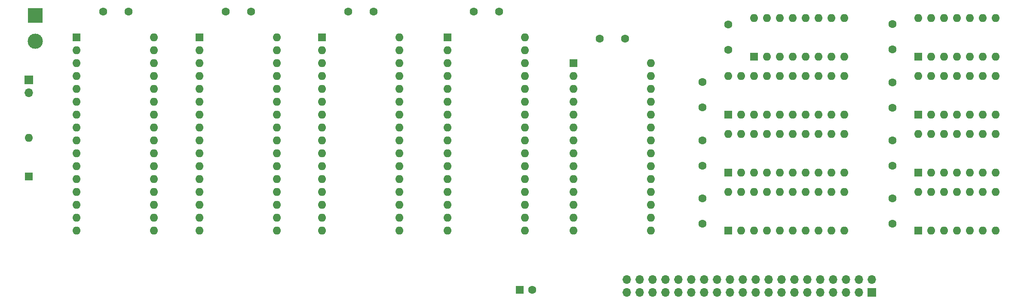
<source format=gbr>
%TF.GenerationSoftware,KiCad,Pcbnew,8.0.2*%
%TF.CreationDate,2024-05-20T09:00:16+02:00*%
%TF.ProjectId,p2000t-ram-expansion-board-2080kb,70323030-3074-42d7-9261-6d2d65787061,2*%
%TF.SameCoordinates,Original*%
%TF.FileFunction,Soldermask,Bot*%
%TF.FilePolarity,Negative*%
%FSLAX46Y46*%
G04 Gerber Fmt 4.6, Leading zero omitted, Abs format (unit mm)*
G04 Created by KiCad (PCBNEW 8.0.2) date 2024-05-20 09:00:16*
%MOMM*%
%LPD*%
G01*
G04 APERTURE LIST*
%ADD10C,1.600000*%
%ADD11R,1.600000X1.600000*%
%ADD12O,1.600000X1.600000*%
%ADD13R,1.700000X1.700000*%
%ADD14O,1.700000X1.700000*%
%ADD15R,3.000000X3.000000*%
%ADD16C,3.000000*%
G04 APERTURE END LIST*
D10*
%TO.C,C1*%
X160215000Y-77213600D03*
X155215000Y-77213600D03*
%TD*%
D11*
%TO.C,U5*%
X180535000Y-115008800D03*
D12*
X183075000Y-115008800D03*
X185615000Y-115008800D03*
X188155000Y-115008800D03*
X190695000Y-115008800D03*
X193235000Y-115008800D03*
X195775000Y-115008800D03*
X198315000Y-115008800D03*
X200855000Y-115008800D03*
X203395000Y-115008800D03*
X203395000Y-107388800D03*
X200855000Y-107388800D03*
X198315000Y-107388800D03*
X195775000Y-107388800D03*
X193235000Y-107388800D03*
X190695000Y-107388800D03*
X188155000Y-107388800D03*
X185615000Y-107388800D03*
X183075000Y-107388800D03*
X180535000Y-107388800D03*
%TD*%
D11*
%TO.C,U2*%
X52260000Y-76908800D03*
D12*
X52260000Y-79448800D03*
X52260000Y-81988800D03*
X52260000Y-84528800D03*
X52260000Y-87068800D03*
X52260000Y-89608800D03*
X52260000Y-92148800D03*
X52260000Y-94688800D03*
X52260000Y-97228800D03*
X52260000Y-99768800D03*
X52260000Y-102308800D03*
X52260000Y-104848800D03*
X52260000Y-107388800D03*
X52260000Y-109928800D03*
X52260000Y-112468800D03*
X52260000Y-115008800D03*
X67500000Y-115008800D03*
X67500000Y-112468800D03*
X67500000Y-109928800D03*
X67500000Y-107388800D03*
X67500000Y-104848800D03*
X67500000Y-102308800D03*
X67500000Y-99768800D03*
X67500000Y-97228800D03*
X67500000Y-94688800D03*
X67500000Y-92148800D03*
X67500000Y-89608800D03*
X67500000Y-87068800D03*
X67500000Y-84528800D03*
X67500000Y-81988800D03*
X67500000Y-79448800D03*
X67500000Y-76908800D03*
%TD*%
D10*
%TO.C,C9*%
X175455000Y-97228800D03*
X175455000Y-102228800D03*
%TD*%
%TO.C,C11*%
X180535000Y-74375000D03*
X180535000Y-79375000D03*
%TD*%
%TO.C,C13*%
X175455000Y-108665000D03*
X175455000Y-113665000D03*
%TD*%
D11*
%TO.C,U12*%
X185615000Y-80718800D03*
D12*
X188155000Y-80718800D03*
X190695000Y-80718800D03*
X193235000Y-80718800D03*
X195775000Y-80718800D03*
X198315000Y-80718800D03*
X200855000Y-80718800D03*
X203395000Y-80718800D03*
X203395000Y-73098800D03*
X200855000Y-73098800D03*
X198315000Y-73098800D03*
X195775000Y-73098800D03*
X193235000Y-73098800D03*
X190695000Y-73098800D03*
X188155000Y-73098800D03*
X185615000Y-73098800D03*
%TD*%
D10*
%TO.C,C2*%
X212915000Y-85838800D03*
X212915000Y-90838800D03*
%TD*%
D11*
%TO.C,D1*%
X42800000Y-104410000D03*
D12*
X42800000Y-96790000D03*
%TD*%
D10*
%TO.C,C14*%
X212915000Y-74335000D03*
X212915000Y-79335000D03*
%TD*%
D11*
%TO.C,U11*%
X125290000Y-76908800D03*
D12*
X125290000Y-79448800D03*
X125290000Y-81988800D03*
X125290000Y-84528800D03*
X125290000Y-87068800D03*
X125290000Y-89608800D03*
X125290000Y-92148800D03*
X125290000Y-94688800D03*
X125290000Y-97228800D03*
X125290000Y-99768800D03*
X125290000Y-102308800D03*
X125290000Y-104848800D03*
X125290000Y-107388800D03*
X125290000Y-109928800D03*
X125290000Y-112468800D03*
X125290000Y-115008800D03*
X140530000Y-115008800D03*
X140530000Y-112468800D03*
X140530000Y-109928800D03*
X140530000Y-107388800D03*
X140530000Y-104848800D03*
X140530000Y-102308800D03*
X140530000Y-99768800D03*
X140530000Y-97228800D03*
X140530000Y-94688800D03*
X140530000Y-92148800D03*
X140530000Y-89608800D03*
X140530000Y-87068800D03*
X140530000Y-84528800D03*
X140530000Y-81988800D03*
X140530000Y-79448800D03*
X140530000Y-76908800D03*
%TD*%
D10*
%TO.C,C5*%
X86555000Y-71828800D03*
X81555000Y-71828800D03*
%TD*%
%TO.C,C12*%
X175455000Y-85765000D03*
X175455000Y-90765000D03*
%TD*%
%TO.C,C6*%
X62435800Y-71828800D03*
X57435800Y-71828800D03*
%TD*%
D11*
%TO.C,U1*%
X217995000Y-115008800D03*
D12*
X220535000Y-115008800D03*
X223075000Y-115008800D03*
X225615000Y-115008800D03*
X228155000Y-115008800D03*
X230695000Y-115008800D03*
X233235000Y-115008800D03*
X233235000Y-107388800D03*
X230695000Y-107388800D03*
X228155000Y-107388800D03*
X225615000Y-107388800D03*
X223075000Y-107388800D03*
X220535000Y-107388800D03*
X217995000Y-107388800D03*
%TD*%
D10*
%TO.C,C7*%
X110685000Y-71828800D03*
X105685000Y-71828800D03*
%TD*%
D11*
%TO.C,U8*%
X180540000Y-92148800D03*
D12*
X183080000Y-92148800D03*
X185620000Y-92148800D03*
X188160000Y-92148800D03*
X190700000Y-92148800D03*
X193240000Y-92148800D03*
X195780000Y-92148800D03*
X198320000Y-92148800D03*
X200860000Y-92148800D03*
X203400000Y-92148800D03*
X203400000Y-84528800D03*
X200860000Y-84528800D03*
X198320000Y-84528800D03*
X195780000Y-84528800D03*
X193240000Y-84528800D03*
X190700000Y-84528800D03*
X188160000Y-84528800D03*
X185620000Y-84528800D03*
X183080000Y-84528800D03*
X180540000Y-84528800D03*
%TD*%
D11*
%TO.C,U9*%
X76395000Y-76908800D03*
D12*
X76395000Y-79448800D03*
X76395000Y-81988800D03*
X76395000Y-84528800D03*
X76395000Y-87068800D03*
X76395000Y-89608800D03*
X76395000Y-92148800D03*
X76395000Y-94688800D03*
X76395000Y-97228800D03*
X76395000Y-99768800D03*
X76395000Y-102308800D03*
X76395000Y-104848800D03*
X76395000Y-107388800D03*
X76395000Y-109928800D03*
X76395000Y-112468800D03*
X76395000Y-115008800D03*
X91635000Y-115008800D03*
X91635000Y-112468800D03*
X91635000Y-109928800D03*
X91635000Y-107388800D03*
X91635000Y-104848800D03*
X91635000Y-102308800D03*
X91635000Y-99768800D03*
X91635000Y-97228800D03*
X91635000Y-94688800D03*
X91635000Y-92148800D03*
X91635000Y-89608800D03*
X91635000Y-87068800D03*
X91635000Y-84528800D03*
X91635000Y-81988800D03*
X91635000Y-79448800D03*
X91635000Y-76908800D03*
%TD*%
D11*
%TO.C,C3*%
X139500000Y-126743600D03*
D10*
X142000000Y-126743600D03*
%TD*%
%TO.C,C10*%
X212915000Y-97228800D03*
X212915000Y-102228800D03*
%TD*%
%TO.C,C4*%
X135450000Y-71828800D03*
X130450000Y-71828800D03*
%TD*%
D11*
%TO.C,U4*%
X150055000Y-81988800D03*
D12*
X150055000Y-84528800D03*
X150055000Y-87068800D03*
X150055000Y-89608800D03*
X150055000Y-92148800D03*
X150055000Y-94688800D03*
X150055000Y-97228800D03*
X150055000Y-99768800D03*
X150055000Y-102308800D03*
X150055000Y-104848800D03*
X150055000Y-107388800D03*
X150055000Y-109928800D03*
X150055000Y-112468800D03*
X150055000Y-115008800D03*
X165295000Y-115008800D03*
X165295000Y-112468800D03*
X165295000Y-109928800D03*
X165295000Y-107388800D03*
X165295000Y-104848800D03*
X165295000Y-102308800D03*
X165295000Y-99768800D03*
X165295000Y-97228800D03*
X165295000Y-94688800D03*
X165295000Y-92148800D03*
X165295000Y-89608800D03*
X165295000Y-87068800D03*
X165295000Y-84528800D03*
X165295000Y-81988800D03*
%TD*%
D11*
%TO.C,U13*%
X217995000Y-103588800D03*
D12*
X220535000Y-103588800D03*
X223075000Y-103588800D03*
X225615000Y-103588800D03*
X228155000Y-103588800D03*
X230695000Y-103588800D03*
X233235000Y-103588800D03*
X233235000Y-95968800D03*
X230695000Y-95968800D03*
X228155000Y-95968800D03*
X225615000Y-95968800D03*
X223075000Y-95968800D03*
X220535000Y-95968800D03*
X217995000Y-95968800D03*
%TD*%
D13*
%TO.C,J2*%
X42800000Y-85360000D03*
D14*
X42800000Y-87900000D03*
%TD*%
D11*
%TO.C,U6*%
X217995000Y-80718800D03*
D12*
X220535000Y-80718800D03*
X223075000Y-80718800D03*
X225615000Y-80718800D03*
X228155000Y-80718800D03*
X230695000Y-80718800D03*
X233235000Y-80718800D03*
X233235000Y-73098800D03*
X230695000Y-73098800D03*
X228155000Y-73098800D03*
X225615000Y-73098800D03*
X223075000Y-73098800D03*
X220535000Y-73098800D03*
X217995000Y-73098800D03*
%TD*%
D10*
%TO.C,C8*%
X212915000Y-108658800D03*
X212915000Y-113658800D03*
%TD*%
D11*
%TO.C,U10*%
X100525000Y-76908800D03*
D12*
X100525000Y-79448800D03*
X100525000Y-81988800D03*
X100525000Y-84528800D03*
X100525000Y-87068800D03*
X100525000Y-89608800D03*
X100525000Y-92148800D03*
X100525000Y-94688800D03*
X100525000Y-97228800D03*
X100525000Y-99768800D03*
X100525000Y-102308800D03*
X100525000Y-104848800D03*
X100525000Y-107388800D03*
X100525000Y-109928800D03*
X100525000Y-112468800D03*
X100525000Y-115008800D03*
X115765000Y-115008800D03*
X115765000Y-112468800D03*
X115765000Y-109928800D03*
X115765000Y-107388800D03*
X115765000Y-104848800D03*
X115765000Y-102308800D03*
X115765000Y-99768800D03*
X115765000Y-97228800D03*
X115765000Y-94688800D03*
X115765000Y-92148800D03*
X115765000Y-89608800D03*
X115765000Y-87068800D03*
X115765000Y-84528800D03*
X115765000Y-81988800D03*
X115765000Y-79448800D03*
X115765000Y-76908800D03*
%TD*%
D15*
%TO.C,J3*%
X44070000Y-72660000D03*
D16*
X44070000Y-77740000D03*
%TD*%
D11*
%TO.C,U3*%
X218000000Y-92158800D03*
D12*
X220540000Y-92158800D03*
X223080000Y-92158800D03*
X225620000Y-92158800D03*
X228160000Y-92158800D03*
X230700000Y-92158800D03*
X233240000Y-92158800D03*
X233240000Y-84538800D03*
X230700000Y-84538800D03*
X228160000Y-84538800D03*
X225620000Y-84538800D03*
X223080000Y-84538800D03*
X220540000Y-84538800D03*
X218000000Y-84538800D03*
%TD*%
D11*
%TO.C,U7*%
X180535000Y-103578800D03*
D12*
X183075000Y-103578800D03*
X185615000Y-103578800D03*
X188155000Y-103578800D03*
X190695000Y-103578800D03*
X193235000Y-103578800D03*
X195775000Y-103578800D03*
X198315000Y-103578800D03*
X200855000Y-103578800D03*
X203395000Y-103578800D03*
X203395000Y-95958800D03*
X200855000Y-95958800D03*
X198315000Y-95958800D03*
X195775000Y-95958800D03*
X193235000Y-95958800D03*
X190695000Y-95958800D03*
X188155000Y-95958800D03*
X185615000Y-95958800D03*
X183075000Y-95958800D03*
X180535000Y-95958800D03*
%TD*%
D13*
%TO.C,J1*%
X208825600Y-127251600D03*
D14*
X208825600Y-124711600D03*
X206285600Y-127251600D03*
X206285600Y-124711600D03*
X203745600Y-127251600D03*
X203745600Y-124711600D03*
X201205600Y-127251600D03*
X201205600Y-124711600D03*
X198665600Y-127251600D03*
X198665600Y-124711600D03*
X196125600Y-127251600D03*
X196125600Y-124711600D03*
X193585600Y-127251600D03*
X193585600Y-124711600D03*
X191045600Y-127251600D03*
X191045600Y-124711600D03*
X188505600Y-127251600D03*
X188505600Y-124711600D03*
X185965600Y-127251600D03*
X185965600Y-124711600D03*
X183425600Y-127251600D03*
X183425600Y-124711600D03*
X180885600Y-127251600D03*
X180885600Y-124711600D03*
X178345600Y-127251600D03*
X178345600Y-124711600D03*
X175805600Y-127251600D03*
X175805600Y-124711600D03*
X173265600Y-127251600D03*
X173265600Y-124711600D03*
X170725600Y-127251600D03*
X170725600Y-124711600D03*
X168185600Y-127251600D03*
X168185600Y-124711600D03*
X165645600Y-127251600D03*
X165645600Y-124711600D03*
X163105600Y-127251600D03*
X163105600Y-124711600D03*
X160565600Y-127251600D03*
X160565600Y-124711600D03*
%TD*%
M02*

</source>
